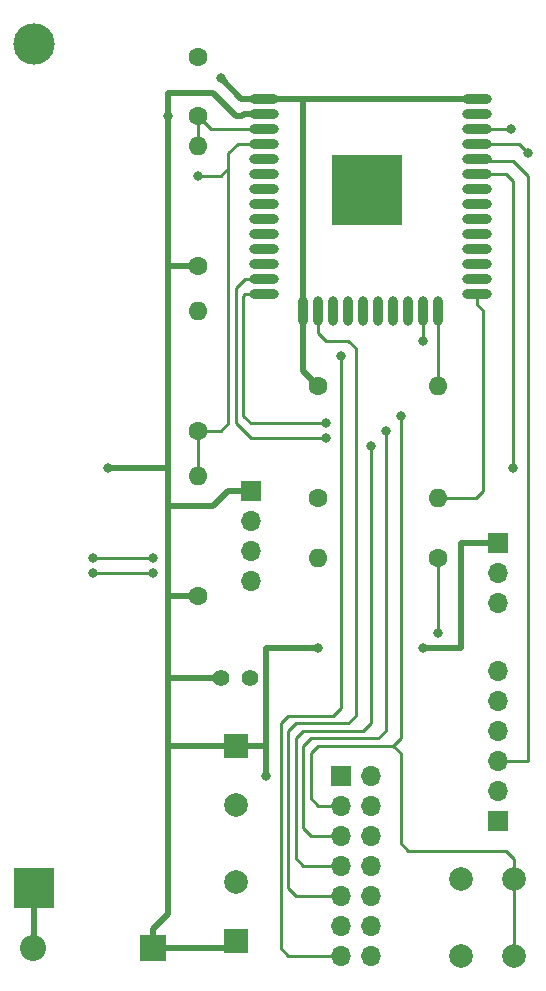
<source format=gtl>
G04 #@! TF.GenerationSoftware,KiCad,Pcbnew,(5.0.0-3-g5ebb6b6)*
G04 #@! TF.CreationDate,2018-08-02T21:25:15+02:00*
G04 #@! TF.ProjectId,esp32-sensornode,65737033322D73656E736F726E6F6465,rev?*
G04 #@! TF.SameCoordinates,Original*
G04 #@! TF.FileFunction,Copper,L1,Top,Signal*
G04 #@! TF.FilePolarity,Positive*
%FSLAX46Y46*%
G04 Gerber Fmt 4.6, Leading zero omitted, Abs format (unit mm)*
G04 Created by KiCad (PCBNEW (5.0.0-3-g5ebb6b6)) date Thursday, 02 August 2018 at 21:25:15*
%MOMM*%
%LPD*%
G01*
G04 APERTURE LIST*
G04 #@! TA.AperFunction,ComponentPad*
%ADD10C,3.500000*%
G04 #@! TD*
G04 #@! TA.AperFunction,ComponentPad*
%ADD11R,3.500000X3.500000*%
G04 #@! TD*
G04 #@! TA.AperFunction,ComponentPad*
%ADD12C,1.400000*%
G04 #@! TD*
G04 #@! TA.AperFunction,ComponentPad*
%ADD13R,2.200000X2.200000*%
G04 #@! TD*
G04 #@! TA.AperFunction,ComponentPad*
%ADD14O,2.200000X2.200000*%
G04 #@! TD*
G04 #@! TA.AperFunction,ComponentPad*
%ADD15R,1.700000X1.700000*%
G04 #@! TD*
G04 #@! TA.AperFunction,ComponentPad*
%ADD16O,1.700000X1.700000*%
G04 #@! TD*
G04 #@! TA.AperFunction,ComponentPad*
%ADD17C,1.600000*%
G04 #@! TD*
G04 #@! TA.AperFunction,ComponentPad*
%ADD18O,1.600000X1.600000*%
G04 #@! TD*
G04 #@! TA.AperFunction,SMDPad,CuDef*
%ADD19O,2.500000X0.900000*%
G04 #@! TD*
G04 #@! TA.AperFunction,SMDPad,CuDef*
%ADD20O,0.900000X2.500000*%
G04 #@! TD*
G04 #@! TA.AperFunction,SMDPad,CuDef*
%ADD21R,6.000000X6.000000*%
G04 #@! TD*
G04 #@! TA.AperFunction,ComponentPad*
%ADD22C,2.000000*%
G04 #@! TD*
G04 #@! TA.AperFunction,ComponentPad*
%ADD23R,2.000000X2.000000*%
G04 #@! TD*
G04 #@! TA.AperFunction,ViaPad*
%ADD24C,0.800000*%
G04 #@! TD*
G04 #@! TA.AperFunction,Conductor*
%ADD25C,0.500000*%
G04 #@! TD*
G04 #@! TA.AperFunction,Conductor*
%ADD26C,0.250000*%
G04 #@! TD*
G04 APERTURE END LIST*
D10*
G04 #@! TO.P,BT1,2*
G04 #@! TO.N,GND*
X189280000Y-53650000D03*
D11*
G04 #@! TO.P,BT1,1*
G04 #@! TO.N,Net-(BT1-Pad1)*
X189280000Y-125050000D03*
G04 #@! TD*
D12*
G04 #@! TO.P,C3,1*
G04 #@! TO.N,VDD*
X205105000Y-107315000D03*
G04 #@! TO.P,C3,2*
G04 #@! TO.N,GND*
X207605000Y-107315000D03*
G04 #@! TD*
D13*
G04 #@! TO.P,D1,1*
G04 #@! TO.N,VDD*
X199390000Y-130175000D03*
D14*
G04 #@! TO.P,D1,2*
G04 #@! TO.N,Net-(BT1-Pad1)*
X189230000Y-130175000D03*
G04 #@! TD*
D15*
G04 #@! TO.P,J2,1*
G04 #@! TO.N,N/C*
X228600000Y-119380000D03*
D16*
G04 #@! TO.P,J2,2*
G04 #@! TO.N,/TX*
X228600000Y-116840000D03*
G04 #@! TO.P,J2,3*
G04 #@! TO.N,/RX*
X228600000Y-114300000D03*
G04 #@! TO.P,J2,4*
G04 #@! TO.N,N/C*
X228600000Y-111760000D03*
G04 #@! TO.P,J2,5*
X228600000Y-109220000D03*
G04 #@! TO.P,J2,6*
G04 #@! TO.N,GND*
X228600000Y-106680000D03*
G04 #@! TD*
D15*
G04 #@! TO.P,J3,1*
G04 #@! TO.N,VDD*
X207645000Y-91440000D03*
D16*
G04 #@! TO.P,J3,2*
G04 #@! TO.N,GND*
X207645000Y-93980000D03*
G04 #@! TO.P,J3,3*
G04 #@! TO.N,SCL*
X207645000Y-96520000D03*
G04 #@! TO.P,J3,4*
G04 #@! TO.N,SDA*
X207645000Y-99060000D03*
G04 #@! TD*
D15*
G04 #@! TO.P,J4,1*
G04 #@! TO.N,VDD*
X228600000Y-95885000D03*
D16*
G04 #@! TO.P,J4,2*
G04 #@! TO.N,Net-(J4-Pad2)*
X228600000Y-98425000D03*
G04 #@! TO.P,J4,3*
G04 #@! TO.N,GND*
X228600000Y-100965000D03*
G04 #@! TD*
D17*
G04 #@! TO.P,R1,1*
G04 #@! TO.N,VDD*
X203200000Y-72390000D03*
D18*
G04 #@! TO.P,R1,2*
G04 #@! TO.N,Net-(C1-Pad1)*
X203200000Y-62230000D03*
G04 #@! TD*
G04 #@! TO.P,R2,2*
G04 #@! TO.N,Net-(R2-Pad2)*
X223520000Y-82550000D03*
D17*
G04 #@! TO.P,R2,1*
G04 #@! TO.N,GND*
X213360000Y-82550000D03*
G04 #@! TD*
D18*
G04 #@! TO.P,R3,2*
G04 #@! TO.N,/BOOT*
X223520000Y-92075000D03*
D17*
G04 #@! TO.P,R3,1*
G04 #@! TO.N,Net-(J4-Pad2)*
X213360000Y-92075000D03*
G04 #@! TD*
G04 #@! TO.P,R6,1*
G04 #@! TO.N,VDD*
X203200000Y-100330000D03*
D18*
G04 #@! TO.P,R6,2*
G04 #@! TO.N,VCC_SENS*
X203200000Y-90170000D03*
G04 #@! TD*
D17*
G04 #@! TO.P,R7,1*
G04 #@! TO.N,VCC_SENS*
X203200000Y-86360000D03*
D18*
G04 #@! TO.P,R7,2*
G04 #@! TO.N,GND*
X203200000Y-76200000D03*
G04 #@! TD*
D19*
G04 #@! TO.P,U1,38*
G04 #@! TO.N,GND*
X226805000Y-58250000D03*
G04 #@! TO.P,U1,37*
G04 #@! TO.N,N/C*
X226805000Y-59520000D03*
G04 #@! TO.P,U1,36*
G04 #@! TO.N,SCL*
X226805000Y-60790000D03*
G04 #@! TO.P,U1,35*
G04 #@! TO.N,/TX*
X226805000Y-62060000D03*
G04 #@! TO.P,U1,34*
G04 #@! TO.N,/RX*
X226805000Y-63330000D03*
G04 #@! TO.P,U1,33*
G04 #@! TO.N,SDA*
X226805000Y-64600000D03*
G04 #@! TO.P,U1,32*
G04 #@! TO.N,N/C*
X226805000Y-65870000D03*
G04 #@! TO.P,U1,31*
X226805000Y-67140000D03*
G04 #@! TO.P,U1,30*
X226805000Y-68410000D03*
G04 #@! TO.P,U1,29*
X226805000Y-69680000D03*
G04 #@! TO.P,U1,28*
X226805000Y-70950000D03*
G04 #@! TO.P,U1,27*
X226805000Y-72220000D03*
G04 #@! TO.P,U1,26*
X226805000Y-73490000D03*
G04 #@! TO.P,U1,25*
G04 #@! TO.N,/BOOT*
X226805000Y-74760000D03*
D20*
G04 #@! TO.P,U1,24*
G04 #@! TO.N,Net-(R2-Pad2)*
X223520000Y-76250000D03*
G04 #@! TO.P,U1,23*
G04 #@! TO.N,Net-(J1-Pad13)*
X222250000Y-76250000D03*
G04 #@! TO.P,U1,22*
G04 #@! TO.N,N/C*
X220980000Y-76250000D03*
G04 #@! TO.P,U1,21*
X219710000Y-76250000D03*
G04 #@! TO.P,U1,20*
X218440000Y-76250000D03*
G04 #@! TO.P,U1,19*
X217170000Y-76250000D03*
G04 #@! TO.P,U1,18*
X215900000Y-76250000D03*
G04 #@! TO.P,U1,17*
X214630000Y-76250000D03*
G04 #@! TO.P,U1,16*
G04 #@! TO.N,Net-(J1-Pad9)*
X213360000Y-76250000D03*
G04 #@! TO.P,U1,15*
G04 #@! TO.N,GND*
X212090000Y-76250000D03*
D19*
G04 #@! TO.P,U1,14*
G04 #@! TO.N,Net-(J1-Pad5)*
X208805000Y-74760000D03*
G04 #@! TO.P,U1,13*
G04 #@! TO.N,Net-(J1-Pad7)*
X208805000Y-73490000D03*
G04 #@! TO.P,U1,12*
G04 #@! TO.N,N/C*
X208805000Y-72220000D03*
G04 #@! TO.P,U1,11*
X208805000Y-70950000D03*
G04 #@! TO.P,U1,10*
X208805000Y-69680000D03*
G04 #@! TO.P,U1,9*
X208805000Y-68410000D03*
G04 #@! TO.P,U1,8*
X208805000Y-67140000D03*
G04 #@! TO.P,U1,7*
X208805000Y-65870000D03*
G04 #@! TO.P,U1,6*
X208805000Y-64600000D03*
G04 #@! TO.P,U1,5*
X208805000Y-63330000D03*
G04 #@! TO.P,U1,4*
G04 #@! TO.N,VCC_SENS*
X208805000Y-62060000D03*
G04 #@! TO.P,U1,3*
G04 #@! TO.N,Net-(C1-Pad1)*
X208805000Y-60790000D03*
G04 #@! TO.P,U1,2*
G04 #@! TO.N,VDD*
X208805000Y-59520000D03*
G04 #@! TO.P,U1,1*
G04 #@! TO.N,GND*
X208805000Y-58250000D03*
D21*
G04 #@! TO.P,U1,39*
G04 #@! TO.N,N/C*
X217505000Y-65950000D03*
G04 #@! TD*
D22*
G04 #@! TO.P,SW1,2*
G04 #@! TO.N,Net-(C1-Pad1)*
X229925000Y-130810000D03*
G04 #@! TO.P,SW1,1*
G04 #@! TO.N,Net-(R8-Pad1)*
X225425000Y-130810000D03*
G04 #@! TO.P,SW1,2*
G04 #@! TO.N,Net-(C1-Pad1)*
X229925000Y-124310000D03*
G04 #@! TO.P,SW1,1*
G04 #@! TO.N,Net-(R8-Pad1)*
X225425000Y-124310000D03*
G04 #@! TD*
D17*
G04 #@! TO.P,R8,1*
G04 #@! TO.N,Net-(R8-Pad1)*
X223520000Y-97155000D03*
D18*
G04 #@! TO.P,R8,2*
G04 #@! TO.N,GND*
X213360000Y-97155000D03*
G04 #@! TD*
D15*
G04 #@! TO.P,J1,1*
G04 #@! TO.N,VDD*
X215265000Y-115570000D03*
D16*
G04 #@! TO.P,J1,2*
G04 #@! TO.N,N/C*
X217805000Y-115570000D03*
G04 #@! TO.P,J1,3*
G04 #@! TO.N,Net-(C1-Pad1)*
X215265000Y-118110000D03*
G04 #@! TO.P,J1,4*
G04 #@! TO.N,GND*
X217805000Y-118110000D03*
G04 #@! TO.P,J1,5*
G04 #@! TO.N,Net-(J1-Pad5)*
X215265000Y-120650000D03*
G04 #@! TO.P,J1,6*
G04 #@! TO.N,GND*
X217805000Y-120650000D03*
G04 #@! TO.P,J1,7*
G04 #@! TO.N,Net-(J1-Pad7)*
X215265000Y-123190000D03*
G04 #@! TO.P,J1,8*
G04 #@! TO.N,GND*
X217805000Y-123190000D03*
G04 #@! TO.P,J1,9*
G04 #@! TO.N,Net-(J1-Pad9)*
X215265000Y-125730000D03*
G04 #@! TO.P,J1,10*
G04 #@! TO.N,GND*
X217805000Y-125730000D03*
G04 #@! TO.P,J1,11*
X215265000Y-128270000D03*
G04 #@! TO.P,J1,12*
X217805000Y-128270000D03*
G04 #@! TO.P,J1,13*
G04 #@! TO.N,Net-(J1-Pad13)*
X215265000Y-130810000D03*
G04 #@! TO.P,J1,14*
G04 #@! TO.N,GND*
X217805000Y-130810000D03*
G04 #@! TD*
D17*
G04 #@! TO.P,C1,1*
G04 #@! TO.N,Net-(C1-Pad1)*
X203200000Y-59690000D03*
G04 #@! TO.P,C1,2*
G04 #@! TO.N,GND*
X203200000Y-54690000D03*
G04 #@! TD*
D23*
G04 #@! TO.P,C5,1*
G04 #@! TO.N,VDD*
X206375000Y-113030000D03*
D22*
G04 #@! TO.P,C5,2*
G04 #@! TO.N,GND*
X206375000Y-118030000D03*
G04 #@! TD*
G04 #@! TO.P,C6,2*
G04 #@! TO.N,GND*
X206375000Y-124540000D03*
D23*
G04 #@! TO.P,C6,1*
G04 #@! TO.N,VDD*
X206375000Y-129540000D03*
G04 #@! TD*
D24*
G04 #@! TO.N,GND*
X205105000Y-56515000D03*
G04 #@! TO.N,Net-(C1-Pad1)*
X220345000Y-85090000D03*
G04 #@! TO.N,Net-(J1-Pad5)*
X213995000Y-85725000D03*
X219075000Y-86360000D03*
G04 #@! TO.N,Net-(J1-Pad7)*
X213995000Y-86995000D03*
X217805000Y-87630000D03*
G04 #@! TO.N,Net-(J1-Pad13)*
X222250000Y-78740000D03*
X215265000Y-80010000D03*
G04 #@! TO.N,VCC_SENS*
X203200000Y-64770000D03*
G04 #@! TO.N,/TX*
X231140000Y-62865000D03*
G04 #@! TO.N,Net-(R8-Pad1)*
X223520000Y-103505000D03*
G04 #@! TO.N,SCL*
X194310000Y-97155000D03*
X199390000Y-97155000D03*
X229700000Y-60790000D03*
G04 #@! TO.N,SDA*
X194310000Y-98425000D03*
X199390000Y-98425000D03*
X229870000Y-89535000D03*
G04 #@! TO.N,VDD*
X195580000Y-89535000D03*
X222250000Y-104775000D03*
X213360000Y-104775000D03*
X208915000Y-115570000D03*
X200660000Y-59690000D03*
G04 #@! TD*
D25*
G04 #@! TO.N,GND*
X209440000Y-58250000D02*
X208110000Y-58250000D01*
X212040000Y-76200000D02*
X212090000Y-76250000D01*
X212090000Y-81280000D02*
X212090000Y-76250000D01*
X213360000Y-82550000D02*
X212090000Y-81280000D01*
X212090000Y-76250000D02*
X212090000Y-58250000D01*
X212090000Y-58250000D02*
X227440000Y-58250000D01*
X209440000Y-58250000D02*
X212090000Y-58250000D01*
X208805000Y-58250000D02*
X207055000Y-58250000D01*
X206840000Y-58250000D02*
X207055000Y-58250000D01*
X205105000Y-56515000D02*
X206840000Y-58250000D01*
D26*
G04 #@! TO.N,Net-(BT1-Pad1)*
X189280000Y-130125000D02*
X189230000Y-130175000D01*
D25*
X189280000Y-125050000D02*
X189280000Y-130125000D01*
D26*
G04 #@! TO.N,Net-(C1-Pad1)*
X204300000Y-60790000D02*
X203200000Y-59690000D01*
X208805000Y-60790000D02*
X204300000Y-60790000D01*
X203200000Y-59690000D02*
X203200000Y-62230000D01*
X229925000Y-124310000D02*
X229925000Y-130810000D01*
X215265000Y-118110000D02*
X213360000Y-118110000D01*
X213360000Y-118110000D02*
X212725000Y-117475000D01*
X212725000Y-113665000D02*
X213360000Y-113030000D01*
X220345000Y-112395000D02*
X219710000Y-113030000D01*
X220345000Y-85090000D02*
X220345000Y-112395000D01*
X219710000Y-113030000D02*
X220345000Y-113665000D01*
X229925000Y-122610000D02*
X229925000Y-124310000D01*
X229235000Y-121920000D02*
X229925000Y-122610000D01*
X220980000Y-121920000D02*
X220345000Y-121285000D01*
X212725000Y-117475000D02*
X212725000Y-113665000D01*
X229235000Y-121920000D02*
X220980000Y-121920000D01*
X220345000Y-121285000D02*
X220345000Y-113665000D01*
X213360000Y-113030000D02*
X219710000Y-113030000D01*
G04 #@! TO.N,Net-(J1-Pad5)*
X215265000Y-120650000D02*
X212725000Y-120650000D01*
X212725000Y-120650000D02*
X212090000Y-120015000D01*
X212090000Y-113030000D02*
X212725000Y-112395000D01*
X208805000Y-74760000D02*
X207180000Y-74760000D01*
X207180000Y-74760000D02*
X207010000Y-74930000D01*
X218440000Y-112395000D02*
X219075000Y-111760000D01*
X212725000Y-112395000D02*
X218440000Y-112395000D01*
X207010000Y-85090000D02*
X207645000Y-85725000D01*
X207645000Y-85725000D02*
X213995000Y-85725000D01*
X207010000Y-85090000D02*
X207010000Y-74930000D01*
X212090000Y-113030000D02*
X212090000Y-120015000D01*
X219075000Y-86360000D02*
X219075000Y-111760000D01*
G04 #@! TO.N,Net-(J1-Pad7)*
X208805000Y-73490000D02*
X207180000Y-73490000D01*
X207180000Y-73490000D02*
X206375000Y-74295000D01*
X206375000Y-85725000D02*
X207645000Y-86995000D01*
X207645000Y-86995000D02*
X213995000Y-86995000D01*
X212090000Y-123190000D02*
X215265000Y-123190000D01*
X211455000Y-122555000D02*
X212090000Y-123190000D01*
X212090000Y-111760000D02*
X211455000Y-112395000D01*
X217805000Y-87630000D02*
X217805000Y-111125000D01*
X217170000Y-111760000D02*
X212090000Y-111760000D01*
X217805000Y-111125000D02*
X217170000Y-111760000D01*
X211455000Y-112395000D02*
X211455000Y-122555000D01*
X206375000Y-74295000D02*
X206375000Y-85725000D01*
G04 #@! TO.N,Net-(J1-Pad9)*
X213995000Y-78740000D02*
X213360000Y-78105000D01*
X216535000Y-110490000D02*
X216535000Y-79375000D01*
X213360000Y-78105000D02*
X213360000Y-76250000D01*
X215900000Y-78740000D02*
X213995000Y-78740000D01*
X211455000Y-111125000D02*
X215900000Y-111125000D01*
X215900000Y-111125000D02*
X216535000Y-110490000D01*
X210820000Y-111760000D02*
X211455000Y-111125000D01*
X210820000Y-125095000D02*
X210820000Y-111760000D01*
X211455000Y-125730000D02*
X210820000Y-125095000D01*
X216535000Y-79375000D02*
X215900000Y-78740000D01*
X215265000Y-125730000D02*
X211455000Y-125730000D01*
G04 #@! TO.N,Net-(J1-Pad13)*
X222250000Y-76250000D02*
X222250000Y-78740000D01*
X214062919Y-130810000D02*
X215265000Y-130810000D01*
X210820000Y-110490000D02*
X210185000Y-111125000D01*
X214630000Y-110490000D02*
X210820000Y-110490000D01*
X215265000Y-109855000D02*
X214630000Y-110490000D01*
X215265000Y-80010000D02*
X215265000Y-109855000D01*
X210820000Y-130810000D02*
X214062919Y-130810000D01*
X210185000Y-130175000D02*
X210820000Y-130810000D01*
X210185000Y-111125000D02*
X210185000Y-130175000D01*
G04 #@! TO.N,Net-(R2-Pad2)*
X223520000Y-82550000D02*
X223520000Y-76250000D01*
G04 #@! TO.N,VCC_SENS*
X203200000Y-90170000D02*
X203200000Y-86360000D01*
X205740000Y-62865000D02*
X206545000Y-62060000D01*
X205105000Y-86360000D02*
X205740000Y-85725000D01*
X206545000Y-62060000D02*
X208805000Y-62060000D01*
X203200000Y-86360000D02*
X205105000Y-86360000D01*
X205740000Y-64135000D02*
X205105000Y-64770000D01*
X205740000Y-85725000D02*
X205740000Y-64135000D01*
X205740000Y-64135000D02*
X205740000Y-62865000D01*
X205105000Y-64770000D02*
X203200000Y-64770000D01*
G04 #@! TO.N,/TX*
X226805000Y-62060000D02*
X230335000Y-62060000D01*
X230335000Y-62060000D02*
X231140000Y-62865000D01*
G04 #@! TO.N,/RX*
X227610000Y-63500000D02*
X227440000Y-63330000D01*
X231140000Y-114300000D02*
X228600000Y-114300000D01*
X231140000Y-64770000D02*
X231140000Y-114300000D01*
X229870000Y-63500000D02*
X231140000Y-64770000D01*
X226975000Y-63500000D02*
X229870000Y-63500000D01*
X226805000Y-63330000D02*
X226975000Y-63500000D01*
G04 #@! TO.N,Net-(R8-Pad1)*
X223520000Y-97155000D02*
X223520000Y-103505000D01*
G04 #@! TO.N,SCL*
X194310000Y-97155000D02*
X199390000Y-97155000D01*
X226805000Y-60790000D02*
X229700000Y-60790000D01*
G04 #@! TO.N,SDA*
X194310000Y-98425000D02*
X199390000Y-98425000D01*
X229235000Y-64600000D02*
X226805000Y-64600000D01*
X229870000Y-65235000D02*
X229235000Y-64600000D01*
X229870000Y-89535000D02*
X229870000Y-65235000D01*
G04 #@! TO.N,/BOOT*
X226695000Y-92075000D02*
X223520000Y-92075000D01*
X227330000Y-76200000D02*
X227330000Y-91440000D01*
X226805000Y-75675000D02*
X227330000Y-76200000D01*
X227330000Y-91440000D02*
X226695000Y-92075000D01*
X226805000Y-74760000D02*
X226805000Y-75675000D01*
D25*
G04 #@! TO.N,VDD*
X207645000Y-91440000D02*
X205740000Y-91440000D01*
X205740000Y-91440000D02*
X204470000Y-92710000D01*
X204470000Y-92710000D02*
X200660000Y-92710000D01*
X203200000Y-100330000D02*
X200660000Y-100330000D01*
X200660000Y-92710000D02*
X200660000Y-100330000D01*
X203200000Y-72390000D02*
X200660000Y-72390000D01*
X195580000Y-89535000D02*
X200660000Y-89535000D01*
X200660000Y-72390000D02*
X200660000Y-89535000D01*
X228600000Y-95885000D02*
X225425000Y-95885000D01*
X225425000Y-95885000D02*
X225425000Y-104775000D01*
X208915000Y-104775000D02*
X213360000Y-104775000D01*
X200660000Y-92710000D02*
X200660000Y-89535000D01*
X222250000Y-104775000D02*
X225425000Y-104775000D01*
X200660000Y-57785000D02*
X200660000Y-59690000D01*
X200660000Y-57785000D02*
X204470000Y-57785000D01*
X207055000Y-59520000D02*
X206885000Y-59690000D01*
X208805000Y-59520000D02*
X207055000Y-59520000D01*
X206375000Y-59690000D02*
X204470000Y-57785000D01*
X206885000Y-59690000D02*
X206375000Y-59690000D01*
X205740000Y-130175000D02*
X206375000Y-129540000D01*
X199390000Y-130175000D02*
X205740000Y-130175000D01*
X200660000Y-127305000D02*
X200660000Y-115570000D01*
X199390000Y-128575000D02*
X200660000Y-127305000D01*
X199390000Y-130175000D02*
X199390000Y-128575000D01*
X200660000Y-113030000D02*
X206375000Y-113030000D01*
X200660000Y-113030000D02*
X200660000Y-115570000D01*
X206375000Y-113030000D02*
X208915000Y-113030000D01*
X208915000Y-113030000D02*
X208915000Y-115570000D01*
X208915000Y-104775000D02*
X208915000Y-113030000D01*
X205105000Y-107315000D02*
X200660000Y-107315000D01*
X200660000Y-107315000D02*
X200660000Y-113030000D01*
X200660000Y-100330000D02*
X200660000Y-107315000D01*
X200660000Y-59690000D02*
X200660000Y-72390000D01*
G04 #@! TD*
M02*

</source>
